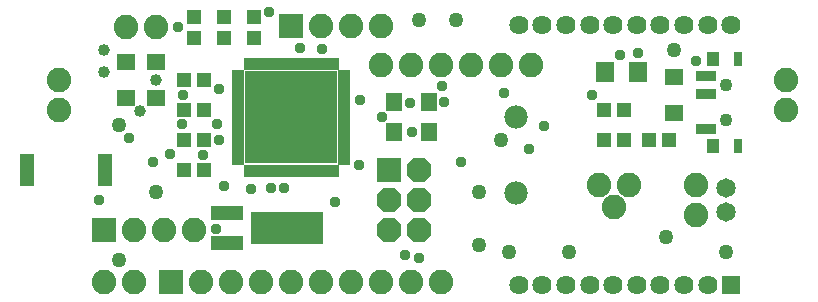
<source format=gts>
G75*
%MOIN*%
%OFA0B0*%
%FSLAX25Y25*%
%IPPOS*%
%LPD*%
%AMOC8*
5,1,8,0,0,1.08239X$1,22.5*
%
%ADD10R,0.04800X0.10800*%
%ADD11R,0.05131X0.04737*%
%ADD12R,0.06312X0.05524*%
%ADD13C,0.07800*%
%ADD14C,0.08200*%
%ADD15R,0.08200X0.08200*%
%ADD16C,0.06400*%
%ADD17R,0.06400X0.06400*%
%ADD18R,0.05524X0.06312*%
%ADD19R,0.04737X0.05131*%
%ADD20R,0.01902X0.03950*%
%ADD21R,0.03950X0.01902*%
%ADD22R,0.30918X0.30918*%
%ADD23R,0.10643X0.04737*%
%ADD24R,0.24422X0.10643*%
%ADD25R,0.06312X0.07099*%
%ADD26C,0.06500*%
%ADD27R,0.06706X0.03556*%
%ADD28R,0.03162X0.04737*%
%ADD29R,0.03950X0.04737*%
%ADD30C,0.04343*%
%ADD31OC8,0.08200*%
%ADD32C,0.03778*%
%ADD33C,0.04959*%
%ADD34C,0.03975*%
D10*
X0102800Y0173600D03*
X0128800Y0173600D03*
D11*
X0155154Y0173500D03*
X0161846Y0173500D03*
X0161846Y0183500D03*
X0155154Y0183500D03*
X0155154Y0193500D03*
X0161846Y0193500D03*
X0161846Y0203500D03*
X0155154Y0203500D03*
X0295154Y0193500D03*
X0301846Y0193500D03*
X0301846Y0183500D03*
X0295154Y0183500D03*
X0310154Y0183500D03*
X0316846Y0183500D03*
D12*
X0318500Y0192594D03*
X0318500Y0204406D03*
X0146000Y0209406D03*
X0136000Y0209406D03*
X0136000Y0197594D03*
X0146000Y0197594D03*
D13*
X0266000Y0191295D03*
X0266000Y0165705D03*
D14*
X0128500Y0136000D03*
X0138500Y0136000D03*
X0138500Y0153500D03*
X0148500Y0153500D03*
X0158500Y0153500D03*
X0161000Y0136000D03*
X0171000Y0136000D03*
X0181000Y0136000D03*
X0191000Y0136000D03*
X0201000Y0136000D03*
X0211000Y0136000D03*
X0221000Y0136000D03*
X0231000Y0136000D03*
X0241000Y0136000D03*
X0293500Y0168500D03*
X0298500Y0161000D03*
X0303500Y0168500D03*
X0326000Y0168500D03*
X0326000Y0158500D03*
X0356000Y0193500D03*
X0356000Y0203500D03*
X0271000Y0208500D03*
X0261000Y0208500D03*
X0251000Y0208500D03*
X0241000Y0208500D03*
X0231000Y0208500D03*
X0221000Y0208500D03*
X0220900Y0221500D03*
X0210900Y0221500D03*
X0200900Y0221500D03*
X0146000Y0221000D03*
X0136000Y0221000D03*
X0113500Y0203500D03*
X0113500Y0193500D03*
D15*
X0128500Y0153500D03*
X0151000Y0136000D03*
X0223500Y0173500D03*
X0190900Y0221500D03*
D16*
X0266787Y0221807D03*
X0274661Y0221807D03*
X0282535Y0221807D03*
X0290409Y0221807D03*
X0298283Y0221807D03*
X0306157Y0221807D03*
X0314031Y0221807D03*
X0321906Y0221807D03*
X0329780Y0221807D03*
X0337654Y0221807D03*
X0329780Y0135193D03*
X0321906Y0135193D03*
X0314031Y0135193D03*
X0306157Y0135193D03*
X0298283Y0135193D03*
X0290409Y0135193D03*
X0282535Y0135193D03*
X0274661Y0135193D03*
X0266787Y0135193D03*
D17*
X0337654Y0135193D03*
D18*
X0236906Y0186000D03*
X0236906Y0196000D03*
X0225094Y0196000D03*
X0225094Y0186000D03*
D19*
X0178500Y0217654D03*
X0178500Y0224346D03*
X0168500Y0224346D03*
X0168500Y0217654D03*
X0158500Y0217654D03*
X0158500Y0224346D03*
D20*
X0176236Y0208717D03*
X0178205Y0208717D03*
X0180173Y0208717D03*
X0182142Y0208717D03*
X0184110Y0208717D03*
X0186079Y0208717D03*
X0188047Y0208717D03*
X0190016Y0208717D03*
X0191984Y0208717D03*
X0193953Y0208717D03*
X0195921Y0208717D03*
X0197890Y0208717D03*
X0199858Y0208717D03*
X0201827Y0208717D03*
X0203795Y0208717D03*
X0205764Y0208717D03*
X0205764Y0173283D03*
X0203795Y0173283D03*
X0201827Y0173283D03*
X0199858Y0173283D03*
X0197890Y0173283D03*
X0195921Y0173283D03*
X0193953Y0173283D03*
X0191984Y0173283D03*
X0190016Y0173283D03*
X0188047Y0173283D03*
X0186079Y0173283D03*
X0184110Y0173283D03*
X0182142Y0173283D03*
X0180173Y0173283D03*
X0178205Y0173283D03*
X0176236Y0173283D03*
D21*
X0173283Y0176236D03*
X0173283Y0178205D03*
X0173283Y0180173D03*
X0173283Y0182142D03*
X0173283Y0184110D03*
X0173283Y0186079D03*
X0173283Y0188047D03*
X0173283Y0190016D03*
X0173283Y0191984D03*
X0173283Y0193953D03*
X0173283Y0195921D03*
X0173283Y0197890D03*
X0173283Y0199858D03*
X0173283Y0201827D03*
X0173283Y0203795D03*
X0173283Y0205764D03*
X0208717Y0205764D03*
X0208717Y0203795D03*
X0208717Y0201827D03*
X0208717Y0199858D03*
X0208717Y0197890D03*
X0208717Y0195921D03*
X0208717Y0193953D03*
X0208717Y0191984D03*
X0208717Y0190016D03*
X0208717Y0188047D03*
X0208717Y0186079D03*
X0208717Y0184110D03*
X0208717Y0182142D03*
X0208717Y0180173D03*
X0208717Y0178205D03*
X0208717Y0176236D03*
D22*
X0191000Y0191000D03*
D23*
X0169600Y0159200D03*
X0169600Y0149200D03*
D24*
X0189600Y0154200D03*
D25*
X0295488Y0206000D03*
X0306512Y0206000D03*
D26*
X0336000Y0167437D03*
X0336000Y0159563D03*
D27*
X0329110Y0187142D03*
X0329110Y0198953D03*
X0329110Y0204858D03*
D28*
X0339937Y0210370D03*
X0339937Y0181630D03*
D29*
X0331669Y0181630D03*
X0331669Y0210370D03*
D30*
X0336000Y0201906D03*
X0336000Y0190094D03*
D31*
X0233500Y0173500D03*
X0233500Y0163500D03*
X0223500Y0163500D03*
X0223500Y0153500D03*
X0233500Y0153500D03*
D32*
X0233700Y0144200D03*
X0228800Y0145300D03*
X0205440Y0162740D03*
X0213489Y0175311D03*
X0231100Y0186100D03*
X0221300Y0191100D03*
X0230700Y0195900D03*
X0242000Y0196000D03*
X0241400Y0201400D03*
X0261800Y0199200D03*
X0275100Y0188000D03*
X0270100Y0180400D03*
X0247700Y0176100D03*
X0213900Y0196900D03*
X0201400Y0213800D03*
X0194000Y0214311D03*
X0183500Y0226000D03*
X0153400Y0221000D03*
X0154800Y0198600D03*
X0166808Y0200408D03*
X0166300Y0188800D03*
X0166800Y0183400D03*
X0161700Y0178500D03*
X0150600Y0178700D03*
X0144800Y0176100D03*
X0137000Y0184100D03*
X0154600Y0188700D03*
X0168700Y0168200D03*
X0177700Y0167300D03*
X0184400Y0167400D03*
X0188700Y0167600D03*
X0165900Y0153743D03*
X0126900Y0163500D03*
X0291200Y0198600D03*
X0300700Y0211700D03*
X0306700Y0212400D03*
X0325800Y0209800D03*
D33*
X0318500Y0213500D03*
X0261000Y0183500D03*
X0253500Y0166000D03*
X0253500Y0148500D03*
X0263500Y0146000D03*
X0283500Y0146000D03*
X0316000Y0151000D03*
X0336000Y0146000D03*
X0246000Y0223500D03*
X0233500Y0223500D03*
X0201000Y0201000D03*
X0196000Y0201000D03*
X0191000Y0201000D03*
X0186000Y0201000D03*
X0181000Y0201000D03*
X0183500Y0196000D03*
X0188500Y0196000D03*
X0193500Y0196000D03*
X0198500Y0196000D03*
X0201000Y0191000D03*
X0196000Y0191000D03*
X0191000Y0191000D03*
X0186000Y0191000D03*
X0181000Y0191000D03*
X0183500Y0186000D03*
X0188500Y0186000D03*
X0193500Y0186000D03*
X0198500Y0186000D03*
X0201000Y0181000D03*
X0196000Y0181000D03*
X0191000Y0181000D03*
X0186000Y0181000D03*
X0181000Y0181000D03*
X0146000Y0166000D03*
X0133500Y0143500D03*
X0133500Y0188500D03*
D34*
X0140547Y0193047D03*
X0146000Y0203500D03*
X0128500Y0206000D03*
X0128500Y0213500D03*
M02*

</source>
